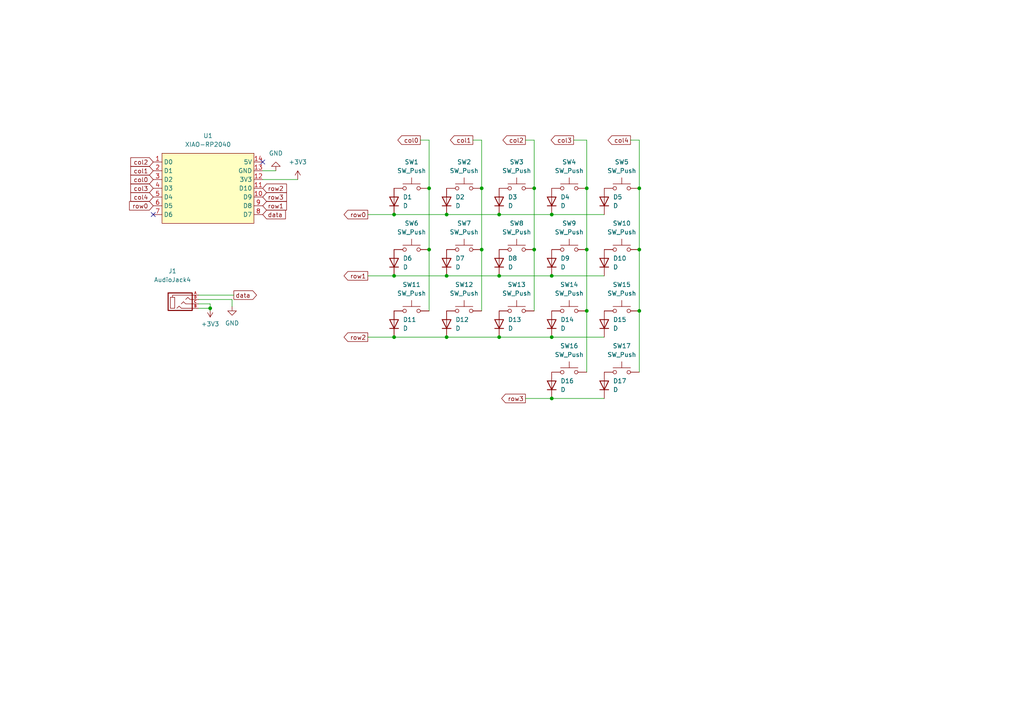
<source format=kicad_sch>
(kicad_sch (version 20211123) (generator eeschema)
  (paper "A4")
  (lib_symbols
    (symbol "Device:D" (pin_numbers hide) (pin_names (offset 1.016) hide)
      (property "Reference" "D" (at 0 2.54 0))
      (property "Value" "D" (at 0 -2.54 0))
      (symbol "D_0_1"
        (polyline (pts (xy -1.27 1.27) (xy -1.27 -1.27)) (stroke (width 0.254)))
        (polyline (pts (xy 1.27 0) (xy -1.27 0)))
        (polyline (pts (xy 1.27 1.27) (xy 1.27 -1.27) (xy -1.27 0) (xy 1.27 1.27)) (stroke (width 0.254)))
      )
      (symbol "D_1_1"
        (pin passive line (at -3.81 0 0) (length 2.54) (name "K") (number "1"))
        (pin passive line (at 3.81 0 180) (length 2.54) (name "A") (number "2"))
      )
    )
    (symbol "Switch:SW_Push" (pin_numbers hide) (pin_names (offset 1.016) hide)
      (property "Reference" "SW" (at 1.27 2.54 0))
      (property "Value" "SW_Push" (at 0 -1.524 0))
      (symbol "SW_Push_0_1"
        (circle (center -2.032 0) (radius 0.508))
        (polyline (pts (xy 0 1.27) (xy 0 3.048)))
        (polyline (pts (xy 2.54 1.27) (xy -2.54 1.27)))
        (circle (center 2.032 0) (radius 0.508))
        (pin passive line (at -5.08 0 0) (length 2.54) (name "1") (number "1"))
        (pin passive line (at 5.08 0 180) (length 2.54) (name "2") (number "2"))
      )
    )
    (symbol "kbd:MJ-4PP-9" (pin_names (offset 1.016))
      (property "Reference" "J" (at 0 3.81 0))
      (property "Value" "MJ-4PP-9" (at 0 -3.81 0))
      (symbol "MJ-4PP-9_0_1"
        (rectangle (start -1.905 -1.905) (end -3.175 1.27))
        (polyline (pts (xy -2.54 1.27) (xy -2.54 1.905) (xy 3.175 1.905)))
        (polyline (pts (xy -1.27 -1.905) (xy -0.635 -1.27) (xy 0 -1.905) (xy 3.175 -1.905)))
        (polyline (pts (xy 0 -0.635) (xy 0.635 0) (xy 1.27 -0.635) (xy 3.175 -0.635)))
        (polyline (pts (xy 1.27 0.635) (xy 1.905 1.27) (xy 2.54 0.635) (xy 3.175 0.635)))
        (rectangle (start 3.175 2.54) (end -3.81 -2.54) (stroke (width 0.3048)))
      )
      (symbol "MJ-4PP-9_1_1"
        (pin input line (at 5.08 1.905 180) (length 2.0066) (name "~") (number "A"))
        (pin input line (at 5.08 -1.905 180) (length 2.0066) (name "~") (number "B"))
        (pin input line (at 5.08 -0.635 180) (length 2.0066) (name "~") (number "C"))
        (pin input line (at 5.08 0.635 180) (length 2.0066) (name "~") (number "D"))
      )
    )
    (symbol "power:+3V3" (power) (pin_names (offset 0))
      (property "Value" "+3V3" (at 0 3.556 0))
      (symbol "+3V3_0_1"
        (polyline (pts (xy -0.762 1.27) (xy 0 2.54)))
        (polyline (pts (xy 0 0) (xy 0 2.54)))
        (polyline (pts (xy 0 2.54) (xy 0.762 1.27)))
      )
      (symbol "+3V3_1_1"
        (pin power_in line (at 0 0 90) (length 0) hide (name "+3V3") (number "1"))
      )
    )
    (symbol "power:GND" (power) (pin_names (offset 0))
      (property "Value" "GND" (at 0 -3.81 0))
      (symbol "GND_0_1"
        (polyline (pts (xy 0 0) (xy 0 -1.27) (xy 1.27 -1.27) (xy 0 -2.54) (xy -1.27 -1.27) (xy 0 -1.27)))
      )
      (symbol "GND_1_1"
        (pin power_in line (at 0 0 270) (length 0) hide (name "GND") (number "1"))
      )
    )
    (symbol "selen:XIAO-RP2040"
      (property "Reference" "U" (at 0 0 0))
      (property "Value" "XIAO-RP2040" (at 6.35 5.08 0))
      (symbol "XIAO-RP2040_0_1"
        (rectangle (start -5.08 13.97) (end 21.59 -6.35) (fill (type background)))
      )
      (symbol "XIAO-RP2040_1_1"
        (pin bidirectional line (at -7.62 11.43 0) (length 2.54) (name "D0") (number "1"))
        (pin bidirectional line (at 24.13 1.27 180) (length 2.54) (name "D9") (number "10"))
        (pin bidirectional line (at 24.13 3.81 180) (length 2.54) (name "D10") (number "11"))
        (pin power_in line (at 24.13 6.35 180) (length 2.54) (name "3V3") (number "12"))
        (pin power_in line (at 24.13 8.89 180) (length 2.54) (name "GND") (number "13"))
        (pin power_in line (at 24.13 11.43 180) (length 2.54) (name "5V") (number "14"))
        (pin bidirectional line (at -7.62 8.89 0) (length 2.54) (name "D1") (number "2"))
        (pin bidirectional line (at -7.62 6.35 0) (length 2.54) (name "D2") (number "3"))
        (pin bidirectional line (at -7.62 3.81 0) (length 2.54) (name "D3") (number "4"))
        (pin bidirectional line (at -7.62 1.27 0) (length 2.54) (name "D4") (number "5"))
        (pin bidirectional line (at -7.62 -1.27 0) (length 2.54) (name "D5") (number "6"))
        (pin bidirectional line (at -7.62 -3.81 0) (length 2.54) (name "D6") (number "7"))
        (pin bidirectional line (at 24.13 -3.81 180) (length 2.54) (name "D7") (number "8"))
        (pin bidirectional line (at 24.13 -1.27 180) (length 2.54) (name "D8") (number "9"))
      )
    )
  )
  (junction (at 144.78 97.79))
  (junction (at 144.78 62.23))
  (junction (at 154.94 54.61))
  (junction (at 185.42 90.17))
  (junction (at 160.02 62.23))
  (junction (at 170.18 72.39))
  (junction (at 129.54 97.79))
  (junction (at 139.7 72.39))
  (junction (at 170.18 54.61))
  (junction (at 124.46 72.39))
  (junction (at 114.3 62.23))
  (junction (at 154.94 72.39))
  (junction (at 129.54 62.23))
  (junction (at 114.3 80.01))
  (junction (at 139.7 54.61))
  (junction (at 144.78 80.01))
  (junction (at 160.02 97.79))
  (junction (at 114.3 97.79))
  (junction (at 129.54 80.01))
  (junction (at 185.42 54.61))
  (junction (at 170.18 90.17))
  (junction (at 160.02 80.01))
  (junction (at 160.02 115.57))
  (junction (at 185.42 72.39))
  (junction (at 124.46 54.61))
  (junction (at 60.96 89.408))
  (no_connect (at 44.45 62.23))
  (no_connect (at 76.2 46.99))
  (wire (pts (xy 170.18 54.61) (xy 170.18 72.39)))
  (wire (pts (xy 160.02 62.23) (xy 175.26 62.23)))
  (wire (pts (xy 182.88 40.64) (xy 185.42 40.64)))
  (wire (pts (xy 76.2 52.07) (xy 86.36 52.07)))
  (wire (pts (xy 57.658 88.138) (xy 60.96 88.138)))
  (wire (pts (xy 114.3 97.79) (xy 129.54 97.79)))
  (wire (pts (xy 154.94 72.39) (xy 154.94 90.17)))
  (wire (pts (xy 160.02 115.57) (xy 175.26 115.57)))
  (wire (pts (xy 144.78 62.23) (xy 160.02 62.23)))
  (wire (pts (xy 185.42 72.39) (xy 185.42 90.17)))
  (wire (pts (xy 124.46 40.64) (xy 124.46 54.61)))
  (wire (pts (xy 121.92 40.64) (xy 124.46 40.64)))
  (wire (pts (xy 114.3 62.23) (xy 129.54 62.23)))
  (wire (pts (xy 185.42 54.61) (xy 185.42 72.39)))
  (wire (pts (xy 170.18 72.39) (xy 170.18 90.17)))
  (wire (pts (xy 129.54 62.23) (xy 144.78 62.23)))
  (wire (pts (xy 166.37 40.64) (xy 170.18 40.64)))
  (wire (pts (xy 106.68 62.23) (xy 114.3 62.23)))
  (wire (pts (xy 106.68 97.79) (xy 114.3 97.79)))
  (wire (pts (xy 139.7 72.39) (xy 139.7 90.17)))
  (wire (pts (xy 152.4 115.57) (xy 160.02 115.57)))
  (wire (pts (xy 114.3 80.01) (xy 129.54 80.01)))
  (wire (pts (xy 144.78 97.79) (xy 160.02 97.79)))
  (wire (pts (xy 170.18 90.17) (xy 170.18 107.95)))
  (wire (pts (xy 106.68 80.01) (xy 114.3 80.01)))
  (wire (pts (xy 57.658 86.868) (xy 67.31 86.868)))
  (wire (pts (xy 57.658 89.408) (xy 60.96 89.408)))
  (wire (pts (xy 76.2 49.53) (xy 80.01 49.53)))
  (wire (pts (xy 124.46 54.61) (xy 124.46 72.39)))
  (wire (pts (xy 137.16 40.64) (xy 139.7 40.64)))
  (wire (pts (xy 185.42 90.17) (xy 185.42 107.95)))
  (wire (pts (xy 160.02 80.01) (xy 175.26 80.01)))
  (wire (pts (xy 129.54 80.01) (xy 144.78 80.01)))
  (wire (pts (xy 185.42 40.64) (xy 185.42 54.61)))
  (wire (pts (xy 170.18 40.64) (xy 170.18 54.61)))
  (wire (pts (xy 139.7 40.64) (xy 139.7 54.61)))
  (wire (pts (xy 57.658 85.598) (xy 67.818 85.598)))
  (wire (pts (xy 60.96 89.408) (xy 60.96 90.17)))
  (wire (pts (xy 67.31 86.868) (xy 67.31 88.9)))
  (wire (pts (xy 129.54 97.79) (xy 144.78 97.79)))
  (wire (pts (xy 139.7 54.61) (xy 139.7 72.39)))
  (wire (pts (xy 124.46 72.39) (xy 124.46 90.17)))
  (wire (pts (xy 154.94 40.64) (xy 154.94 54.61)))
  (wire (pts (xy 144.78 80.01) (xy 160.02 80.01)))
  (wire (pts (xy 160.02 97.79) (xy 175.26 97.79)))
  (wire (pts (xy 154.94 54.61) (xy 154.94 72.39)))
  (wire (pts (xy 60.96 88.138) (xy 60.96 89.408)))
  (wire (pts (xy 152.4 40.64) (xy 154.94 40.64)))
  (global_label "row2" (shape input) (at 76.2 54.61 0) (property "シート間のリファレンス" "${INTERSHEET_REFS}" (effects hide)))
  (global_label "row3" (shape output) (at 152.4 115.57 180) (property "シート間のリファレンス" "${INTERSHEET_REFS}" (effects hide)))
  (global_label "row0" (shape input) (at 44.45 59.69 180) (property "シート間のリファレンス" "${INTERSHEET_REFS}" (effects hide)))
  (global_label "col0" (shape input) (at 44.45 52.07 180) (property "シート間のリファレンス" "${INTERSHEET_REFS}" (effects hide)))
  (global_label "row3" (shape input) (at 76.2 57.15 0) (property "シート間のリファレンス" "${INTERSHEET_REFS}" (effects hide)))
  (global_label "col3" (shape output) (at 166.37 40.64 180) (property "シート間のリファレンス" "${INTERSHEET_REFS}" (effects hide)))
  (global_label "col4" (shape input) (at 44.45 57.15 180) (property "シート間のリファレンス" "${INTERSHEET_REFS}" (effects hide)))
  (global_label "row0" (shape output) (at 106.68 62.23 180) (property "シート間のリファレンス" "${INTERSHEET_REFS}" (effects hide)))
  (global_label "col2" (shape output) (at 152.4 40.64 180) (property "シート間のリファレンス" "${INTERSHEET_REFS}" (effects hide)))
  (global_label "data" (shape input) (at 76.2 62.23 0) (property "シート間のリファレンス" "${INTERSHEET_REFS}" (effects hide)))
  (global_label "col1" (shape input) (at 44.45 49.53 180) (property "シート間のリファレンス" "${INTERSHEET_REFS}" (effects hide)))
  (global_label "col2" (shape input) (at 44.45 46.99 180) (property "シート間のリファレンス" "${INTERSHEET_REFS}" (effects hide)))
  (global_label "data" (shape output) (at 67.818 85.598 0) (property "シート間のリファレンス" "${INTERSHEET_REFS}" (effects hide)))
  (global_label "col0" (shape output) (at 121.92 40.64 180) (property "シート間のリファレンス" "${INTERSHEET_REFS}" (effects hide)))
  (global_label "col3" (shape input) (at 44.45 54.61 180) (property "シート間のリファレンス" "${INTERSHEET_REFS}" (effects hide)))
  (global_label "row2" (shape output) (at 106.68 97.79 180) (property "シート間のリファレンス" "${INTERSHEET_REFS}" (effects hide)))
  (global_label "row1" (shape output) (at 106.68 80.01 180) (property "シート間のリファレンス" "${INTERSHEET_REFS}" (effects hide)))
  (global_label "col4" (shape output) (at 182.88 40.64 180) (property "シート間のリファレンス" "${INTERSHEET_REFS}" (effects hide)))
  (global_label "col1" (shape output) (at 137.16 40.64 180) (property "シート間のリファレンス" "${INTERSHEET_REFS}" (effects hide)))
  (global_label "row1" (shape input) (at 76.2 59.69 0) (property "シート間のリファレンス" "${INTERSHEET_REFS}" (effects hide)))
  (symbol (lib_id "Device:D") (at 144.78 93.98 90) (unit 1)
    (property "Reference" "D13" (at 147.32 92.7099 90) (effects (justify right)))
    (property "Value" "D" (at 147.32 95.2499 90) (effects (justify right)))
    (property "Footprint" "selen:D_SOD-123_axial" (effects hide))
  )
  (symbol (lib_id "Switch:SW_Push") (at 119.38 72.39 0) (mirror y) (unit 1)
    (property "Reference" "SW6" (at 119.38 64.77 0))
    (property "Value" "SW_Push" (at 119.38 67.31 0))
    (property "Footprint" "kbd:CherryMX_Choc_Hotswap" (effects hide))
  )
  (symbol (lib_id "power:GND") (at 67.31 88.9 0) (unit 1)
    (property "Reference" "#PWR03" (effects hide))
    (property "Value" "GND" (at 67.31 93.726 0))
  )
  (symbol (lib_id "Device:D") (at 175.26 111.76 90) (unit 1)
    (property "Reference" "D17" (at 177.8 110.4899 90) (effects (justify right)))
    (property "Value" "D" (at 177.8 113.0299 90) (effects (justify right)))
    (property "Footprint" "selen:D_SOD-123_axial" (effects hide))
  )
  (symbol (lib_id "Switch:SW_Push") (at 149.86 90.17 0) (mirror y) (unit 1)
    (property "Reference" "SW13" (at 149.86 82.55 0))
    (property "Value" "SW_Push" (at 149.86 85.09 0))
    (property "Footprint" "kbd:CherryMX_Choc_Hotswap" (effects hide))
  )
  (symbol (lib_id "Switch:SW_Push") (at 165.1 54.61 0) (mirror y) (unit 1)
    (property "Reference" "SW4" (at 165.1 46.99 0))
    (property "Value" "SW_Push" (at 165.1 49.53 0))
    (property "Footprint" "kbd:CherryMX_Choc_Hotswap" (effects hide))
  )
  (symbol (lib_id "Device:D") (at 175.26 58.42 90) (unit 1)
    (property "Reference" "D5" (at 177.8 57.1499 90) (effects (justify right)))
    (property "Value" "D" (at 177.8 59.6899 90) (effects (justify right)))
    (property "Footprint" "selen:D_SOD-123_axial" (effects hide))
  )
  (symbol (lib_id "Switch:SW_Push") (at 165.1 90.17 0) (mirror y) (unit 1)
    (property "Reference" "SW14" (at 165.1 82.55 0))
    (property "Value" "SW_Push" (at 165.1 85.09 0))
    (property "Footprint" "kbd:CherryMX_Choc_Hotswap" (effects hide))
  )
  (symbol (lib_id "kbd:MJ-4PP-9") (at 52.578 87.503 0) (unit 1)
    (property "Reference" "J1" (at 50.038 78.613 0))
    (property "Value" "AudioJack4" (at 50.038 81.153 0))
    (property "Footprint" "kbd:MJ-4PP-9" (effects hide))
  )
  (symbol (lib_id "Switch:SW_Push") (at 134.62 54.61 0) (mirror y) (unit 1)
    (property "Reference" "SW2" (at 134.62 46.99 0))
    (property "Value" "SW_Push" (at 134.62 49.53 0))
    (property "Footprint" "kbd:CherryMX_Choc_Hotswap" (effects hide))
  )
  (symbol (lib_id "Switch:SW_Push") (at 165.1 107.95 0) (mirror y) (unit 1)
    (property "Reference" "SW16" (at 165.1 100.33 0))
    (property "Value" "SW_Push" (at 165.1 102.87 0))
    (property "Footprint" "kbd:CherryMX_Choc_Hotswap" (effects hide))
  )
  (symbol (lib_id "Device:D") (at 129.54 93.98 90) (unit 1)
    (property "Reference" "D12" (at 132.08 92.7099 90) (effects (justify right)))
    (property "Value" "D" (at 132.08 95.2499 90) (effects (justify right)))
    (property "Footprint" "selen:D_SOD-123_axial" (effects hide))
  )
  (symbol (lib_id "Device:D") (at 160.02 76.2 90) (unit 1)
    (property "Reference" "D9" (at 162.56 74.9299 90) (effects (justify right)))
    (property "Value" "D" (at 162.56 77.4699 90) (effects (justify right)))
    (property "Footprint" "selen:D_SOD-123_axial" (effects hide))
  )
  (symbol (lib_id "Switch:SW_Push") (at 149.86 54.61 0) (mirror y) (unit 1)
    (property "Reference" "SW3" (at 149.86 46.99 0))
    (property "Value" "SW_Push" (at 149.86 49.53 0))
    (property "Footprint" "kbd:CherryMX_Choc_Hotswap" (effects hide))
  )
  (symbol (lib_id "Device:D") (at 175.26 76.2 90) (unit 1)
    (property "Reference" "D10" (at 177.8 74.9299 90) (effects (justify right)))
    (property "Value" "D" (at 177.8 77.4699 90) (effects (justify right)))
    (property "Footprint" "selen:D_SOD-123_axial" (effects hide))
  )
  (symbol (lib_id "Device:D") (at 114.3 93.98 90) (unit 1)
    (property "Reference" "D11" (at 116.84 92.7099 90) (effects (justify right)))
    (property "Value" "D" (at 116.84 95.2499 90) (effects (justify right)))
    (property "Footprint" "selen:D_SOD-123_axial" (effects hide))
  )
  (symbol (lib_id "Device:D") (at 160.02 93.98 90) (unit 1)
    (property "Reference" "D14" (at 162.56 92.7099 90) (effects (justify right)))
    (property "Value" "D" (at 162.56 95.2499 90) (effects (justify right)))
    (property "Footprint" "selen:D_SOD-123_axial" (effects hide))
  )
  (symbol (lib_id "Switch:SW_Push") (at 180.34 54.61 0) (mirror y) (unit 1)
    (property "Reference" "SW5" (at 180.34 46.99 0))
    (property "Value" "SW_Push" (at 180.34 49.53 0))
    (property "Footprint" "kbd:CherryMX_Choc_Hotswap" (effects hide))
  )
  (symbol (lib_id "power:GND") (at 80.01 49.53 0) (mirror x) (unit 1)
    (property "Reference" "#PWR01" (effects hide))
    (property "Value" "GND" (at 80.01 44.45 0))
  )
  (symbol (lib_id "Switch:SW_Push") (at 180.34 90.17 0) (mirror y) (unit 1)
    (property "Reference" "SW15" (at 180.34 82.55 0))
    (property "Value" "SW_Push" (at 180.34 85.09 0))
    (property "Footprint" "kbd:CherryMX_Choc_Hotswap" (effects hide))
  )
  (symbol (lib_id "Switch:SW_Push") (at 180.34 107.95 0) (mirror y) (unit 1)
    (property "Reference" "SW17" (at 180.34 100.33 0))
    (property "Value" "SW_Push" (at 180.34 102.87 0))
    (property "Footprint" "kbd:CherryMX_Choc_Hotswap" (effects hide))
  )
  (symbol (lib_id "Device:D") (at 144.78 58.42 90) (unit 1)
    (property "Reference" "D3" (at 147.32 57.1499 90) (effects (justify right)))
    (property "Value" "D" (at 147.32 59.6899 90) (effects (justify right)))
    (property "Footprint" "selen:D_SOD-123_axial" (effects hide))
  )
  (symbol (lib_id "Switch:SW_Push") (at 180.34 72.39 0) (mirror y) (unit 1)
    (property "Reference" "SW10" (at 180.34 64.77 0))
    (property "Value" "SW_Push" (at 180.34 67.31 0))
    (property "Footprint" "kbd:CherryMX_Choc_Hotswap" (effects hide))
  )
  (symbol (lib_id "Device:D") (at 114.3 76.2 90) (unit 1)
    (property "Reference" "D6" (at 116.84 74.9299 90) (effects (justify right)))
    (property "Value" "D" (at 116.84 77.4699 90) (effects (justify right)))
    (property "Footprint" "selen:D_SOD-123_axial" (effects hide))
  )
  (symbol (lib_id "power:+3V3") (at 86.36 52.07 0) (unit 1)
    (property "Reference" "#PWR02" (effects hide))
    (property "Value" "+3V3" (at 86.36 46.99 0))
  )
  (symbol (lib_id "Switch:SW_Push") (at 134.62 72.39 0) (mirror y) (unit 1)
    (property "Reference" "SW7" (at 134.62 64.77 0))
    (property "Value" "SW_Push" (at 134.62 67.31 0))
    (property "Footprint" "kbd:CherryMX_Choc_Hotswap" (effects hide))
  )
  (symbol (lib_id "Device:D") (at 160.02 111.76 90) (unit 1)
    (property "Reference" "D16" (at 162.56 110.4899 90) (effects (justify right)))
    (property "Value" "D" (at 162.56 113.0299 90) (effects (justify right)))
    (property "Footprint" "selen:D_SOD-123_axial" (effects hide))
  )
  (symbol (lib_id "Switch:SW_Push") (at 165.1 72.39 0) (mirror y) (unit 1)
    (property "Reference" "SW9" (at 165.1 64.77 0))
    (property "Value" "SW_Push" (at 165.1 67.31 0))
    (property "Footprint" "kbd:CherryMX_Choc_Hotswap" (effects hide))
  )
  (symbol (lib_id "selen:XIAO-RP2040") (at 52.07 58.42 0) (unit 1)
    (property "Reference" "U1" (at 60.325 39.37 0))
    (property "Value" "XIAO-RP2040" (at 60.325 41.91 0))
    (property "Footprint" "selen:XIAO-MOUDLE14P-2.54-21X17.8MM_SMD_reversible" (effects hide))
  )
  (symbol (lib_id "Switch:SW_Push") (at 134.62 90.17 0) (mirror y) (unit 1)
    (property "Reference" "SW12" (at 134.62 82.55 0))
    (property "Value" "SW_Push" (at 134.62 85.09 0))
    (property "Footprint" "kbd:CherryMX_Choc_Hotswap" (effects hide))
  )
  (symbol (lib_id "Device:D") (at 129.54 76.2 90) (unit 1)
    (property "Reference" "D7" (at 132.08 74.9299 90) (effects (justify right)))
    (property "Value" "D" (at 132.08 77.4699 90) (effects (justify right)))
    (property "Footprint" "selen:D_SOD-123_axial" (effects hide))
  )
  (symbol (lib_id "Device:D") (at 114.3 58.42 90) (unit 1)
    (property "Reference" "D1" (at 116.84 57.1499 90) (effects (justify right)))
    (property "Value" "D" (at 116.84 59.6899 90) (effects (justify right)))
    (property "Footprint" "selen:D_SOD-123_axial" (effects hide))
  )
  (symbol (lib_id "Device:D") (at 175.26 93.98 90) (unit 1)
    (property "Reference" "D15" (at 177.8 92.7099 90) (effects (justify right)))
    (property "Value" "D" (at 177.8 95.2499 90) (effects (justify right)))
    (property "Footprint" "selen:D_SOD-123_axial" (effects hide))
  )
  (symbol (lib_id "Switch:SW_Push") (at 149.86 72.39 0) (mirror y) (unit 1)
    (property "Reference" "SW8" (at 149.86 64.77 0))
    (property "Value" "SW_Push" (at 149.86 67.31 0))
    (property "Footprint" "kbd:CherryMX_Choc_Hotswap" (effects hide))
  )
  (symbol (lib_id "Switch:SW_Push") (at 119.38 90.17 0) (mirror y) (unit 1)
    (property "Reference" "SW11" (at 119.38 82.55 0))
    (property "Value" "SW_Push" (at 119.38 85.09 0))
    (property "Footprint" "kbd:CherryMX_Choc_Hotswap" (effects hide))
  )
  (symbol (lib_id "Device:D") (at 129.54 58.42 90) (unit 1)
    (property "Reference" "D2" (at 132.08 57.1499 90) (effects (justify right)))
    (property "Value" "D" (at 132.08 59.6899 90) (effects (justify right)))
    (property "Footprint" "selen:D_SOD-123_axial" (effects hide))
  )
  (symbol (lib_id "Switch:SW_Push") (at 119.38 54.61 0) (mirror y) (unit 1)
    (property "Reference" "SW1" (at 119.38 46.99 0))
    (property "Value" "SW_Push" (at 119.38 49.53 0))
    (property "Footprint" "kbd:CherryMX_Choc_Hotswap" (effects hide))
  )
  (symbol (lib_id "Device:D") (at 144.78 76.2 90) (unit 1)
    (property "Reference" "D8" (at 147.32 74.9299 90) (effects (justify right)))
    (property "Value" "D" (at 147.32 77.4699 90) (effects (justify right)))
    (property "Footprint" "selen:D_SOD-123_axial" (effects hide))
  )
  (symbol (lib_id "power:+3V3") (at 60.96 89.408 0) (mirror x) (unit 1)
    (property "Reference" "#PWR04" (effects hide))
    (property "Value" "+3V3" (at 60.96 93.98 0))
  )
  (symbol (lib_id "Device:D") (at 160.02 58.42 90) (unit 1)
    (property "Reference" "D4" (at 162.56 57.1499 90) (effects (justify right)))
    (property "Value" "D" (at 162.56 59.6899 90) (effects (justify right)))
    (property "Footprint" "selen:D_SOD-123_axial" (effects hide))
  )
)
</source>
